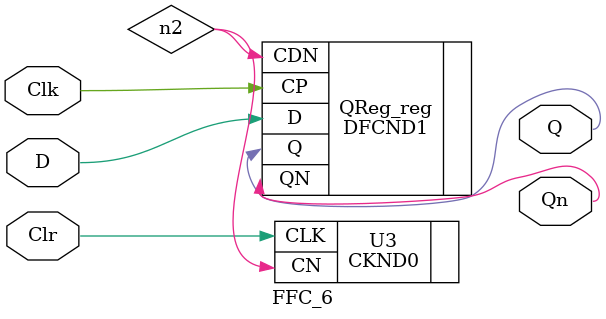
<source format=v>

module Intro_Top ( X, Y, Z, A, B, C, D, ScanOut, ScanMode, ScanIn, ScanClr, 
        ScanClk );
  input A, B, C, D, ScanMode, ScanIn, ScanClr, ScanClk;
  output X, Y, Z, ScanOut;
  wire   n25, qn, ab, bc, FFA_to_A, FFB_to_B, FFC_to_C, q, FFD_to_D, X_to_FFX,
         Y_to_FFY, toD_FFX, fromQ_FFY, toD_FFY, fromQ_FFZ, toD_FFZ, fromQ_FFA,
         toD_FFA, fromQ_FFB, toD_FFB, fromQ_FFC, toD_FFC, fromQ_FFD, toD_FFD,
         n6, n8, n10, n12, n13, n14, n15, n16, n17, n19, n20, n21, n22, n23,
         n24;

  AndOr InputCombo ( .X(ab), .Y(bc), .A(FFA_to_A), .B(FFB_to_B), .C(FFC_to_C)
         );
  SR SRLatch ( .Q(q), .Qn(qn), .S(bc), .R(FFD_to_D) );
  XorNor OutputCombo ( .X(X_to_FFX), .Y(Y_to_FFY), .A(ab), .B(q), .C(qn) );
  FFC_0 FF_X_s07 ( .Q(n25), .Qn(n14), .D(toD_FFX), .Clk(n20), .Clr(ScanClr) );
  FFC_6 FF_Y_s06 ( .Q(fromQ_FFY), .D(toD_FFY), .Clk(n20), .Clr(ScanClr) );
  FFC_5 FF_Z_s05 ( .Q(fromQ_FFZ), .Qn(n16), .D(toD_FFZ), .Clk(ScanClk), .Clr(
        n22) );
  FFC_4 FF_A_s04 ( .Q(fromQ_FFA), .Qn(n15), .D(toD_FFA), .Clk(n20), .Clr(n22)
         );
  FFC_3 FF_B_s03 ( .Q(fromQ_FFB), .D(toD_FFB), .Clk(n20), .Clr(n22) );
  FFC_2 FF_C_s02 ( .Q(fromQ_FFC), .D(toD_FFC), .Clk(ScanClk), .Clr(n22) );
  FFC_1 FF_D_s01 ( .Q(fromQ_FFD), .D(toD_FFD), .Clk(ScanClk), .Clr(ScanClr) );
  CKMUX2D0 U17 ( .I0(qn), .I1(n16), .S(ScanMode), .Z(n6) );
  CKNXD16 U18 ( .I(n6), .ZN(Z) );
  CKBD0 U19 ( .CLK(n24), .C(n8) );
  CKNXD16 U20 ( .I(n8), .ZN(X) );
  CKBD0 U21 ( .CLK(n23), .C(n10) );
  CKNXD16 U22 ( .I(n10), .ZN(Y) );
  MUX2ND0 U23 ( .I0(Y_to_FFY), .I1(fromQ_FFY), .S(ScanMode), .ZN(n12) );
  MUX2ND0 U24 ( .I0(X_to_FFX), .I1(n25), .S(ScanMode), .ZN(n13) );
  CKBD0 U25 ( .CLK(n14), .C(n17) );
  CKNXD16 U26 ( .I(n17), .ZN(ScanOut) );
  INVD0 U27 ( .I(ScanClk), .ZN(n19) );
  INVD0 U28 ( .I(n19), .ZN(n20) );
  INVD0 U29 ( .I(ScanClr), .ZN(n21) );
  INVD0 U30 ( .I(n21), .ZN(n22) );
  CKBD0 U31 ( .CLK(n12), .C(n23) );
  CKBD0 U32 ( .CLK(n13), .C(n24) );
  MUX2ND0 U33 ( .I0(qn), .I1(n15), .S(ScanMode), .ZN(toD_FFZ) );
  MUX2D0 U34 ( .I0(Y_to_FFY), .I1(fromQ_FFZ), .S(ScanMode), .Z(toD_FFY) );
  MUX2D0 U35 ( .I0(X_to_FFX), .I1(fromQ_FFY), .S(ScanMode), .Z(toD_FFX) );
  MUX2D0 U36 ( .I0(D), .I1(ScanIn), .S(ScanMode), .Z(toD_FFD) );
  MUX2D0 U37 ( .I0(C), .I1(fromQ_FFD), .S(ScanMode), .Z(toD_FFC) );
  MUX2D0 U38 ( .I0(B), .I1(fromQ_FFC), .S(ScanMode), .Z(toD_FFB) );
  MUX2D0 U39 ( .I0(A), .I1(fromQ_FFB), .S(ScanMode), .Z(toD_FFA) );
  MUX2D0 U40 ( .I0(D), .I1(fromQ_FFD), .S(ScanMode), .Z(FFD_to_D) );
  MUX2D0 U41 ( .I0(C), .I1(fromQ_FFC), .S(ScanMode), .Z(FFC_to_C) );
  MUX2D0 U42 ( .I0(B), .I1(fromQ_FFB), .S(ScanMode), .Z(FFB_to_B) );
  MUX2D0 U43 ( .I0(A), .I1(fromQ_FFA), .S(ScanMode), .Z(FFA_to_A) );
endmodule


module AndOr ( X, Y, A, B, C );
  input A, B, C;
  output X, Y;


  OR2D0 U1 ( .A1(C), .A2(B), .Z(Y) );
  AN2D0 U2 ( .A1(B), .A2(A), .Z(X) );
endmodule


module SR ( Q, Qn, S, R );
  input S, R;
  output Q, Qn;


  CKND2D2 U2 ( .A1(Q), .A2(R), .ZN(Qn) );
  CKND2D0 U1 ( .A1(S), .A2(Qn), .ZN(Q) );
endmodule


module XorNor ( X, Y, A, B, C );
  input A, B, C;
  output X, Y;


  NR2D0 U1 ( .A1(C), .A2(X), .ZN(Y) );
  CKXOR2D0 U2 ( .A1(B), .A2(A), .Z(X) );
endmodule


module FFC_0 ( Q, Qn, D, Clk, Clr );
  input D, Clk, Clr;
  output Q, Qn;
  wire   n1;

  DFCND1 QReg_reg ( .D(D), .CP(Clk), .CDN(n1), .Q(Q), .QN(Qn) );
  CKND0 U3 ( .CLK(Clr), .CN(n1) );
endmodule


module FFC_1 ( Q, Qn, D, Clk, Clr );
  input D, Clk, Clr;
  output Q, Qn;
  wire   n2;

  DFCND1 QReg_reg ( .D(D), .CP(Clk), .CDN(n2), .Q(Q), .QN(Qn) );
  CKND0 U3 ( .CLK(Clr), .CN(n2) );
endmodule


module FFC_2 ( Q, Qn, D, Clk, Clr );
  input D, Clk, Clr;
  output Q, Qn;
  wire   n2;

  DFCND1 QReg_reg ( .D(D), .CP(Clk), .CDN(n2), .Q(Q), .QN(Qn) );
  CKND0 U3 ( .CLK(Clr), .CN(n2) );
endmodule


module FFC_3 ( Q, Qn, D, Clk, Clr );
  input D, Clk, Clr;
  output Q, Qn;
  wire   n2;

  DFCND1 QReg_reg ( .D(D), .CP(Clk), .CDN(n2), .Q(Q), .QN(Qn) );
  CKND0 U3 ( .CLK(Clr), .CN(n2) );
endmodule


module FFC_4 ( Q, Qn, D, Clk, Clr );
  input D, Clk, Clr;
  output Q, Qn;
  wire   n2;

  DFCND1 QReg_reg ( .D(D), .CP(Clk), .CDN(n2), .Q(Q), .QN(Qn) );
  CKND0 U3 ( .CLK(Clr), .CN(n2) );
endmodule


module FFC_5 ( Q, Qn, D, Clk, Clr );
  input D, Clk, Clr;
  output Q, Qn;
  wire   n2;

  DFCND1 QReg_reg ( .D(D), .CP(Clk), .CDN(n2), .Q(Q), .QN(Qn) );
  CKND0 U3 ( .CLK(Clr), .CN(n2) );
endmodule


module FFC_6 ( Q, Qn, D, Clk, Clr );
  input D, Clk, Clr;
  output Q, Qn;
  wire   n2;

  DFCND1 QReg_reg ( .D(D), .CP(Clk), .CDN(n2), .Q(Q), .QN(Qn) );
  CKND0 U3 ( .CLK(Clr), .CN(n2) );
endmodule


</source>
